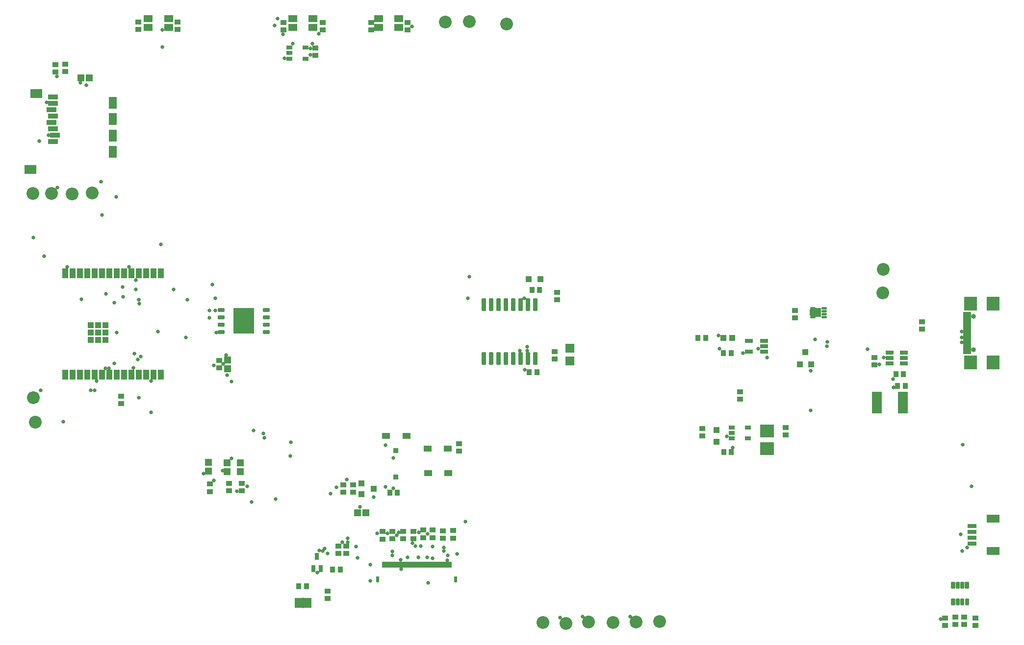
<source format=gbr>
G04 EAGLE Gerber RS-274X export*
G75*
%MOMM*%
%FSLAX34Y34*%
%LPD*%
%INSoldermask Top*%
%IPPOS*%
%AMOC8*
5,1,8,0,0,1.08239X$1,22.5*%
G01*
G04 Define Apertures*
%ADD10R,1.603200X1.253200*%
%ADD11R,1.103200X0.903200*%
%ADD12R,1.603200X1.603200*%
%ADD13R,0.903200X1.103200*%
%ADD14R,2.403200X2.203200*%
%ADD15R,1.003200X1.003200*%
%ADD16R,1.403200X0.803200*%
%ADD17R,1.143200X1.173200*%
%ADD18R,1.173200X1.143200*%
%ADD19R,1.103200X1.003200*%
%ADD20R,1.353200X1.003200*%
%ADD21R,1.003200X1.103200*%
%ADD22R,1.103200X0.803200*%
%ADD23R,0.503200X1.003200*%
%ADD24R,0.603200X1.003200*%
%ADD25R,1.353200X0.503200*%
%ADD26R,2.203200X2.383200*%
%ADD27C,0.853200*%
%ADD28R,2.203200X1.403200*%
%ADD29R,1.553200X0.803200*%
%ADD30R,1.403200X2.003200*%
%ADD31R,2.103200X1.603200*%
%ADD32R,1.703200X0.903200*%
%ADD33R,0.965200X0.838200*%
%ADD34R,1.403200X0.753200*%
%ADD35R,1.703200X3.803200*%
%ADD36R,0.703200X1.253200*%
%ADD37C,0.330503*%
%ADD38R,0.152400X1.828800*%
%ADD39R,1.371600X1.803400*%
%ADD40C,2.203200*%
%ADD41C,0.315166*%
%ADD42R,3.603200X4.503200*%
%ADD43R,1.103200X1.703200*%
%ADD44C,0.349006*%
%ADD45C,0.269722*%
%ADD46C,0.306544*%
%ADD47R,1.103200X1.503200*%
%ADD48C,0.655600*%
D10*
X655800Y853828D03*
X620800Y853828D03*
X620800Y838828D03*
X655800Y838828D03*
D11*
X1631600Y-193200D03*
X1631600Y-180200D03*
X273600Y835578D03*
X273600Y848578D03*
D12*
X951000Y284400D03*
X951000Y262400D03*
D13*
X1185000Y302500D03*
X1172000Y302500D03*
D11*
X1323500Y134200D03*
X1323500Y147200D03*
D13*
X1216400Y104700D03*
X1229400Y104700D03*
D11*
X1616400Y-193200D03*
X1616400Y-180200D03*
X1339600Y337000D03*
X1339600Y350000D03*
D14*
X1291100Y111000D03*
X1291100Y141000D03*
D13*
X653000Y34900D03*
X640000Y34900D03*
X1529800Y219000D03*
X1516800Y219000D03*
D11*
X670824Y834578D03*
X670824Y847578D03*
D13*
X1527000Y239800D03*
X1514000Y239800D03*
D11*
X524124Y834578D03*
X524124Y847578D03*
X759200Y106600D03*
X759200Y119600D03*
X925000Y265800D03*
X925000Y278800D03*
X62800Y761800D03*
X62800Y774800D03*
D10*
X507100Y853828D03*
X472100Y853828D03*
X472100Y838828D03*
X507100Y838828D03*
D15*
X1230900Y302500D03*
X1215900Y302500D03*
D11*
X511700Y790400D03*
X511700Y803400D03*
D16*
X1502500Y277200D03*
X1502500Y267700D03*
X1502500Y258200D03*
X1527500Y258200D03*
X1527500Y267700D03*
X1527500Y277200D03*
D17*
X359400Y71200D03*
X359400Y86200D03*
X327200Y72200D03*
X327200Y87200D03*
D18*
X584000Y-200D03*
X599000Y-200D03*
D19*
X1204400Y122300D03*
X1204400Y143300D03*
D20*
X705800Y68800D03*
X740800Y68800D03*
X705200Y110800D03*
X740200Y110800D03*
X633600Y132800D03*
X668600Y132800D03*
D18*
X106500Y751700D03*
X121500Y751700D03*
D21*
X879400Y403800D03*
X900400Y403800D03*
D17*
X359800Y249200D03*
X359800Y264200D03*
X381600Y71200D03*
X381600Y86200D03*
D11*
X731900Y-44000D03*
X731900Y-31000D03*
X551500Y-70600D03*
X551500Y-57600D03*
X749100Y-43800D03*
X749100Y-30800D03*
X564900Y-70600D03*
X564900Y-57600D03*
X714000Y-43000D03*
X714000Y-30000D03*
X627100Y-45600D03*
X627100Y-32600D03*
X698100Y-43000D03*
X698100Y-30000D03*
X681200Y-45000D03*
X681200Y-32000D03*
X663300Y-45000D03*
X663300Y-32000D03*
X644400Y-45000D03*
X644400Y-32000D03*
D22*
X466700Y804200D03*
X466700Y794700D03*
X466700Y785200D03*
X494700Y785200D03*
X494700Y804200D03*
X1230100Y147200D03*
X1230100Y137700D03*
X1230100Y128200D03*
X1258100Y128200D03*
X1258100Y147200D03*
D23*
X743900Y-90100D03*
X738900Y-90100D03*
X733900Y-90100D03*
X728900Y-90100D03*
X723900Y-90100D03*
X718900Y-90100D03*
X713900Y-90100D03*
X708900Y-90100D03*
X703900Y-90100D03*
X698900Y-90100D03*
X693900Y-90100D03*
X688900Y-90100D03*
X683900Y-90100D03*
X678900Y-90100D03*
X673900Y-90100D03*
X668900Y-90100D03*
X663900Y-90100D03*
X658900Y-90100D03*
X653900Y-90100D03*
X648900Y-90100D03*
X643900Y-90100D03*
X638900Y-90100D03*
X633900Y-90100D03*
X628900Y-90100D03*
D24*
X753900Y-115100D03*
X618900Y-115100D03*
D25*
X1636790Y277100D03*
X1636790Y285100D03*
X1636790Y298100D03*
X1636790Y308100D03*
X1636790Y313100D03*
X1636790Y323100D03*
X1636790Y336100D03*
X1636790Y344100D03*
X1636790Y341100D03*
X1636790Y333100D03*
X1636790Y328100D03*
X1636790Y318100D03*
X1636790Y303100D03*
X1636790Y293100D03*
X1636790Y288100D03*
X1636790Y280100D03*
D26*
X1681840Y259500D03*
X1681840Y361700D03*
X1642540Y259500D03*
X1642540Y361700D03*
D27*
X1647540Y281700D03*
X1647540Y339500D03*
D28*
X1681840Y-66200D03*
X1681840Y-10200D03*
D29*
X1645090Y-53200D03*
X1645090Y-43200D03*
X1645090Y-33200D03*
X1645090Y-23200D03*
D30*
X162160Y623500D03*
X162160Y680500D03*
D31*
X19660Y593500D03*
X29660Y725000D03*
D32*
X58160Y641500D03*
X62160Y652500D03*
X58160Y663500D03*
X56160Y674500D03*
X58160Y685500D03*
X56160Y696500D03*
X58160Y707500D03*
X58160Y718500D03*
D30*
X162160Y652000D03*
X162160Y709000D03*
D33*
X650700Y107360D03*
X650700Y61640D03*
D34*
X1285801Y278400D03*
X1285801Y287900D03*
X1285801Y297400D03*
X1259799Y297400D03*
X1259799Y278400D03*
D35*
X1480900Y190000D03*
X1525900Y190000D03*
D21*
X1348100Y256600D03*
X1367100Y256600D03*
X1357600Y277600D03*
D19*
X590800Y51100D03*
X590800Y32100D03*
X611800Y41600D03*
D36*
X507900Y-96700D03*
X520900Y-96700D03*
X514400Y-75700D03*
D11*
X176200Y188600D03*
X176200Y201600D03*
X532600Y-148400D03*
X532600Y-135400D03*
D13*
X1216300Y276300D03*
X1229300Y276300D03*
D11*
X1651300Y-194800D03*
X1651300Y-181800D03*
D13*
X885600Y384900D03*
X898600Y384900D03*
D11*
X1179600Y132900D03*
X1179600Y145900D03*
D13*
X482900Y-126900D03*
X495900Y-126900D03*
D11*
X1598900Y-194800D03*
X1598900Y-181800D03*
D13*
X880800Y242900D03*
X893800Y242900D03*
D11*
X1558700Y317500D03*
X1558700Y330500D03*
X1476300Y255200D03*
X1476300Y268200D03*
X1244700Y196400D03*
X1244700Y209400D03*
X559400Y35600D03*
X559400Y48600D03*
X576800Y35600D03*
X576800Y48600D03*
X80000Y762600D03*
X80000Y775600D03*
X345200Y250600D03*
X345200Y263600D03*
X384400Y37600D03*
X384400Y50600D03*
X362600Y37600D03*
X362600Y50600D03*
X329800Y36600D03*
X329800Y49600D03*
D10*
X257893Y853828D03*
X222893Y853828D03*
X222893Y838828D03*
X257893Y838828D03*
D11*
X607776Y834578D03*
X607776Y847578D03*
X928600Y367900D03*
X928600Y380900D03*
X456300Y834578D03*
X456300Y847578D03*
D13*
X541300Y-98700D03*
X554300Y-98700D03*
D11*
X205976Y835578D03*
X205976Y848578D03*
D37*
X1614264Y-120776D02*
X1614264Y-129664D01*
X1610536Y-129664D01*
X1610536Y-120776D01*
X1614264Y-120776D01*
X1614264Y-126524D02*
X1610536Y-126524D01*
X1610536Y-123384D02*
X1614264Y-123384D01*
X1622264Y-120776D02*
X1622264Y-129664D01*
X1618536Y-129664D01*
X1618536Y-120776D01*
X1622264Y-120776D01*
X1622264Y-126524D02*
X1618536Y-126524D01*
X1618536Y-123384D02*
X1622264Y-123384D01*
X1630264Y-120776D02*
X1630264Y-129664D01*
X1626536Y-129664D01*
X1626536Y-120776D01*
X1630264Y-120776D01*
X1630264Y-126524D02*
X1626536Y-126524D01*
X1626536Y-123384D02*
X1630264Y-123384D01*
X1638264Y-120776D02*
X1638264Y-129664D01*
X1634536Y-129664D01*
X1634536Y-120776D01*
X1638264Y-120776D01*
X1638264Y-126524D02*
X1634536Y-126524D01*
X1634536Y-123384D02*
X1638264Y-123384D01*
X1638464Y-149936D02*
X1638464Y-158824D01*
X1634736Y-158824D01*
X1634736Y-149936D01*
X1638464Y-149936D01*
X1638464Y-155684D02*
X1634736Y-155684D01*
X1634736Y-152544D02*
X1638464Y-152544D01*
X1630264Y-149936D02*
X1630264Y-158824D01*
X1626536Y-158824D01*
X1626536Y-149936D01*
X1630264Y-149936D01*
X1630264Y-155684D02*
X1626536Y-155684D01*
X1626536Y-152544D02*
X1630264Y-152544D01*
X1622264Y-149936D02*
X1622264Y-158824D01*
X1618536Y-158824D01*
X1618536Y-149936D01*
X1622264Y-149936D01*
X1622264Y-155684D02*
X1618536Y-155684D01*
X1618536Y-152544D02*
X1622264Y-152544D01*
X1614264Y-149936D02*
X1614264Y-158824D01*
X1610536Y-158824D01*
X1610536Y-149936D01*
X1614264Y-149936D01*
X1614264Y-155684D02*
X1610536Y-155684D01*
X1610536Y-152544D02*
X1614264Y-152544D01*
D38*
X490600Y-156100D03*
D39*
X482980Y-156100D03*
X498220Y-156100D03*
D40*
X983100Y-189100D03*
X55900Y552100D03*
X23900Y551900D03*
X91400Y551100D03*
X125900Y553100D03*
X1490900Y379900D03*
X777400Y848900D03*
X735900Y847900D03*
X904400Y-190100D03*
X1065300Y-189100D03*
X1491500Y420900D03*
X1105700Y-188100D03*
X841900Y845078D03*
X1025100Y-190100D03*
X28300Y156900D03*
X24500Y198900D03*
X943700Y-191100D03*
D41*
X353090Y349010D02*
X344810Y349010D01*
X344810Y352290D01*
X353090Y352290D01*
X353090Y349010D01*
X353090Y352004D02*
X344810Y352004D01*
X344810Y336310D02*
X353090Y336310D01*
X344810Y336310D02*
X344810Y339590D01*
X353090Y339590D01*
X353090Y336310D01*
X353090Y339304D02*
X344810Y339304D01*
X344810Y323610D02*
X353090Y323610D01*
X344810Y323610D02*
X344810Y326890D01*
X353090Y326890D01*
X353090Y323610D01*
X353090Y326604D02*
X344810Y326604D01*
X344810Y310910D02*
X353090Y310910D01*
X344810Y310910D02*
X344810Y314190D01*
X353090Y314190D01*
X353090Y310910D01*
X353090Y313904D02*
X344810Y313904D01*
X422710Y310910D02*
X430990Y310910D01*
X422710Y310910D02*
X422710Y314190D01*
X430990Y314190D01*
X430990Y310910D01*
X430990Y313904D02*
X422710Y313904D01*
X422710Y323610D02*
X430990Y323610D01*
X422710Y323610D02*
X422710Y326890D01*
X430990Y326890D01*
X430990Y323610D01*
X430990Y326604D02*
X422710Y326604D01*
X422710Y336310D02*
X430990Y336310D01*
X422710Y336310D02*
X422710Y339590D01*
X430990Y339590D01*
X430990Y336310D01*
X430990Y339304D02*
X422710Y339304D01*
X422710Y349010D02*
X430990Y349010D01*
X422710Y349010D02*
X422710Y352290D01*
X430990Y352290D01*
X430990Y349010D01*
X430990Y352004D02*
X422710Y352004D01*
D42*
X387900Y331600D03*
D43*
X79400Y238900D03*
X92100Y238900D03*
X104800Y238900D03*
X117500Y238900D03*
X130200Y238900D03*
X142900Y238900D03*
X155600Y238900D03*
X168300Y238900D03*
X181000Y238900D03*
X193700Y238900D03*
X206400Y238900D03*
X219100Y238900D03*
X231800Y238900D03*
X244500Y238900D03*
X244500Y413900D03*
X231800Y413900D03*
X219100Y413900D03*
X206400Y413900D03*
X193700Y413900D03*
X181000Y413900D03*
X168300Y413900D03*
X155600Y413900D03*
X142900Y413900D03*
X130200Y413900D03*
X117500Y413900D03*
X104800Y413900D03*
X92100Y413900D03*
X79400Y413900D03*
D15*
X136600Y311350D03*
X124100Y298850D03*
X124100Y311350D03*
X124100Y323850D03*
X136600Y298850D03*
X136600Y323850D03*
X149100Y298850D03*
X149100Y311350D03*
X149100Y323850D03*
D44*
X888729Y350029D02*
X888729Y369071D01*
X893171Y369071D01*
X893171Y350029D01*
X888729Y350029D01*
X888729Y353344D02*
X893171Y353344D01*
X893171Y356659D02*
X888729Y356659D01*
X888729Y359974D02*
X893171Y359974D01*
X893171Y363289D02*
X888729Y363289D01*
X888729Y366604D02*
X893171Y366604D01*
X876029Y369071D02*
X876029Y350029D01*
X876029Y369071D02*
X880471Y369071D01*
X880471Y350029D01*
X876029Y350029D01*
X876029Y353344D02*
X880471Y353344D01*
X880471Y356659D02*
X876029Y356659D01*
X876029Y359974D02*
X880471Y359974D01*
X880471Y363289D02*
X876029Y363289D01*
X876029Y366604D02*
X880471Y366604D01*
X863329Y369071D02*
X863329Y350029D01*
X863329Y369071D02*
X867771Y369071D01*
X867771Y350029D01*
X863329Y350029D01*
X863329Y353344D02*
X867771Y353344D01*
X867771Y356659D02*
X863329Y356659D01*
X863329Y359974D02*
X867771Y359974D01*
X867771Y363289D02*
X863329Y363289D01*
X863329Y366604D02*
X867771Y366604D01*
X850629Y369071D02*
X850629Y350029D01*
X850629Y369071D02*
X855071Y369071D01*
X855071Y350029D01*
X850629Y350029D01*
X850629Y353344D02*
X855071Y353344D01*
X855071Y356659D02*
X850629Y356659D01*
X850629Y359974D02*
X855071Y359974D01*
X855071Y363289D02*
X850629Y363289D01*
X850629Y366604D02*
X855071Y366604D01*
X837929Y369071D02*
X837929Y350029D01*
X837929Y369071D02*
X842371Y369071D01*
X842371Y350029D01*
X837929Y350029D01*
X837929Y353344D02*
X842371Y353344D01*
X842371Y356659D02*
X837929Y356659D01*
X837929Y359974D02*
X842371Y359974D01*
X842371Y363289D02*
X837929Y363289D01*
X837929Y366604D02*
X842371Y366604D01*
X825229Y369071D02*
X825229Y350029D01*
X825229Y369071D02*
X829671Y369071D01*
X829671Y350029D01*
X825229Y350029D01*
X825229Y353344D02*
X829671Y353344D01*
X829671Y356659D02*
X825229Y356659D01*
X825229Y359974D02*
X829671Y359974D01*
X829671Y363289D02*
X825229Y363289D01*
X825229Y366604D02*
X829671Y366604D01*
X812529Y369071D02*
X812529Y350029D01*
X812529Y369071D02*
X816971Y369071D01*
X816971Y350029D01*
X812529Y350029D01*
X812529Y353344D02*
X816971Y353344D01*
X816971Y356659D02*
X812529Y356659D01*
X812529Y359974D02*
X816971Y359974D01*
X816971Y363289D02*
X812529Y363289D01*
X812529Y366604D02*
X816971Y366604D01*
X799829Y369071D02*
X799829Y350029D01*
X799829Y369071D02*
X804271Y369071D01*
X804271Y350029D01*
X799829Y350029D01*
X799829Y353344D02*
X804271Y353344D01*
X804271Y356659D02*
X799829Y356659D01*
X799829Y359974D02*
X804271Y359974D01*
X804271Y363289D02*
X799829Y363289D01*
X799829Y366604D02*
X804271Y366604D01*
X799829Y275971D02*
X799829Y256929D01*
X799829Y275971D02*
X804271Y275971D01*
X804271Y256929D01*
X799829Y256929D01*
X799829Y260244D02*
X804271Y260244D01*
X804271Y263559D02*
X799829Y263559D01*
X799829Y266874D02*
X804271Y266874D01*
X804271Y270189D02*
X799829Y270189D01*
X799829Y273504D02*
X804271Y273504D01*
X812529Y275971D02*
X812529Y256929D01*
X812529Y275971D02*
X816971Y275971D01*
X816971Y256929D01*
X812529Y256929D01*
X812529Y260244D02*
X816971Y260244D01*
X816971Y263559D02*
X812529Y263559D01*
X812529Y266874D02*
X816971Y266874D01*
X816971Y270189D02*
X812529Y270189D01*
X812529Y273504D02*
X816971Y273504D01*
X825229Y275971D02*
X825229Y256929D01*
X825229Y275971D02*
X829671Y275971D01*
X829671Y256929D01*
X825229Y256929D01*
X825229Y260244D02*
X829671Y260244D01*
X829671Y263559D02*
X825229Y263559D01*
X825229Y266874D02*
X829671Y266874D01*
X829671Y270189D02*
X825229Y270189D01*
X825229Y273504D02*
X829671Y273504D01*
X837929Y275971D02*
X837929Y256929D01*
X837929Y275971D02*
X842371Y275971D01*
X842371Y256929D01*
X837929Y256929D01*
X837929Y260244D02*
X842371Y260244D01*
X842371Y263559D02*
X837929Y263559D01*
X837929Y266874D02*
X842371Y266874D01*
X842371Y270189D02*
X837929Y270189D01*
X837929Y273504D02*
X842371Y273504D01*
X850629Y275971D02*
X850629Y256929D01*
X850629Y275971D02*
X855071Y275971D01*
X855071Y256929D01*
X850629Y256929D01*
X850629Y260244D02*
X855071Y260244D01*
X855071Y263559D02*
X850629Y263559D01*
X850629Y266874D02*
X855071Y266874D01*
X855071Y270189D02*
X850629Y270189D01*
X850629Y273504D02*
X855071Y273504D01*
X863329Y275971D02*
X863329Y256929D01*
X863329Y275971D02*
X867771Y275971D01*
X867771Y256929D01*
X863329Y256929D01*
X863329Y260244D02*
X867771Y260244D01*
X867771Y263559D02*
X863329Y263559D01*
X863329Y266874D02*
X867771Y266874D01*
X867771Y270189D02*
X863329Y270189D01*
X863329Y273504D02*
X867771Y273504D01*
X876029Y275971D02*
X876029Y256929D01*
X876029Y275971D02*
X880471Y275971D01*
X880471Y256929D01*
X876029Y256929D01*
X876029Y260244D02*
X880471Y260244D01*
X880471Y263559D02*
X876029Y263559D01*
X876029Y266874D02*
X880471Y266874D01*
X880471Y270189D02*
X876029Y270189D01*
X876029Y273504D02*
X880471Y273504D01*
X888729Y275971D02*
X888729Y256929D01*
X888729Y275971D02*
X893171Y275971D01*
X893171Y256929D01*
X888729Y256929D01*
X888729Y260244D02*
X893171Y260244D01*
X893171Y263559D02*
X888729Y263559D01*
X888729Y266874D02*
X893171Y266874D01*
X893171Y270189D02*
X888729Y270189D01*
X888729Y273504D02*
X893171Y273504D01*
D45*
X1366382Y352682D02*
X1373318Y352682D01*
X1366382Y352682D02*
X1366382Y354718D01*
X1373318Y354718D01*
X1373318Y352682D01*
D46*
X1373134Y347104D02*
X1366566Y347104D01*
X1366566Y350296D01*
X1373134Y350296D01*
X1373134Y347104D01*
X1373134Y350016D02*
X1366566Y350016D01*
X1366566Y342104D02*
X1373134Y342104D01*
X1366566Y342104D02*
X1366566Y345296D01*
X1373134Y345296D01*
X1373134Y342104D01*
X1373134Y345016D02*
X1366566Y345016D01*
D45*
X1366382Y337682D02*
X1373318Y337682D01*
X1366382Y337682D02*
X1366382Y339718D01*
X1373318Y339718D01*
X1373318Y337682D01*
X1386082Y337682D02*
X1393018Y337682D01*
X1386082Y337682D02*
X1386082Y339718D01*
X1393018Y339718D01*
X1393018Y337682D01*
X1393018Y342682D02*
X1386082Y342682D01*
X1386082Y344718D01*
X1393018Y344718D01*
X1393018Y342682D01*
X1393018Y347682D02*
X1386082Y347682D01*
X1386082Y349718D01*
X1393018Y349718D01*
X1393018Y347682D01*
X1393018Y352682D02*
X1386082Y352682D01*
X1386082Y354718D01*
X1393018Y354718D01*
X1393018Y352682D01*
D47*
X1379700Y346200D03*
D48*
X635715Y-35318D03*
X617710Y-35318D03*
X359408Y238220D03*
X351098Y72713D03*
X247223Y834463D03*
X247223Y804685D03*
X472285Y810918D03*
X458435Y785295D03*
X65095Y754133D03*
X105953Y743053D03*
X1231958Y112878D03*
X1221570Y132268D03*
X1509650Y216753D03*
X1508958Y231295D03*
X1484720Y256225D03*
X1492338Y268690D03*
X1627375Y294313D03*
X1627375Y313010D03*
X1627375Y303315D03*
X1366995Y245145D03*
X1366995Y177280D03*
X394033Y45705D03*
X352483Y256918D03*
X164123Y258303D03*
X288080Y302623D03*
X50553Y652335D03*
X130190Y211213D03*
X76175Y157198D03*
X34625Y642640D03*
X155120Y249993D03*
X671033Y-76868D03*
X401650Y18698D03*
X468823Y121880D03*
X468130Y98335D03*
X123958Y211905D03*
X37395Y211905D03*
X43628Y443893D03*
X684190Y-57478D03*
X524223Y-66480D03*
X367025Y226448D03*
X367025Y93488D03*
X290158Y368410D03*
X207058Y368410D03*
X47090Y709120D03*
X83100Y425195D03*
X376028Y37395D03*
X588625Y9695D03*
X770753Y-15235D03*
X421733Y137115D03*
X567158Y-44320D03*
X581700Y-58863D03*
X646103Y42243D03*
X646103Y94413D03*
X517990Y-65095D03*
X612170Y27008D03*
X706350Y-121188D03*
X756210Y-71328D03*
X644025Y-74098D03*
X651643Y-38780D03*
X632945Y116340D03*
X632945Y45013D03*
X738898Y-82408D03*
X514528Y-103183D03*
X606630Y-90025D03*
X567158Y-50553D03*
X584470Y-77560D03*
X558155Y-51245D03*
X644718Y-67173D03*
X655105Y-33933D03*
X658568Y-81715D03*
X713968Y-78945D03*
X713968Y-58170D03*
X689730Y-33933D03*
X659260Y-97643D03*
X740283Y-74098D03*
X733358Y-60248D03*
X704965Y-36703D03*
X689038Y-76868D03*
X606630Y-117725D03*
X115648Y738898D03*
X65788Y562310D03*
X197363Y250685D03*
X318550Y67865D03*
X207058Y198748D03*
X693885Y-57478D03*
X527685Y-61633D03*
X442508Y23545D03*
X133653Y227833D03*
X24238Y475748D03*
X148888Y249993D03*
X679343Y-52630D03*
X532533Y-69943D03*
X207750Y361485D03*
X178665Y390570D03*
X704273Y-76868D03*
X934183Y-181435D03*
X179358Y373258D03*
X239605Y313010D03*
X423118Y129498D03*
X357330Y272845D03*
X1590673Y-184205D03*
X1395388Y295005D03*
X1644688Y45705D03*
X1637070Y-60248D03*
X189745Y425195D03*
X877398Y286695D03*
X1464638Y282540D03*
X1629453Y117725D03*
X1628068Y-66480D03*
X1625990Y-37395D03*
X201518Y402343D03*
X877398Y280463D03*
X1394695Y288080D03*
X338633Y370488D03*
X774908Y370488D03*
X873243Y247223D03*
X864933Y280463D03*
X204980Y265228D03*
X328938Y349713D03*
X338633Y349713D03*
X168970Y311625D03*
X871858Y371180D03*
X777678Y407883D03*
X149580Y378105D03*
X164123Y363563D03*
X404420Y141963D03*
X972963Y-179358D03*
X201518Y385723D03*
X266613Y385723D03*
X340710Y311625D03*
X1055370Y-179358D03*
X227833Y173818D03*
X227833Y227833D03*
X141270Y572005D03*
X167585Y545690D03*
X328938Y337248D03*
X506218Y810918D03*
X677958Y840695D03*
X107338Y369103D03*
X445970Y854545D03*
X245145Y463975D03*
X517298Y828230D03*
X1290820Y267998D03*
X209828Y270075D03*
X1374613Y299853D03*
X199440Y274923D03*
X455665Y827538D03*
X441123Y842080D03*
X143348Y514528D03*
X1207720Y306085D03*
X1209105Y283233D03*
X1249963Y276308D03*
X1276278Y283233D03*
X502755Y802608D03*
X502755Y791528D03*
X733358Y-66480D03*
X565773Y57478D03*
X537380Y33240D03*
X547768Y43628D03*
X336555Y254840D03*
X336555Y56093D03*
X333785Y394725D03*
M02*

</source>
